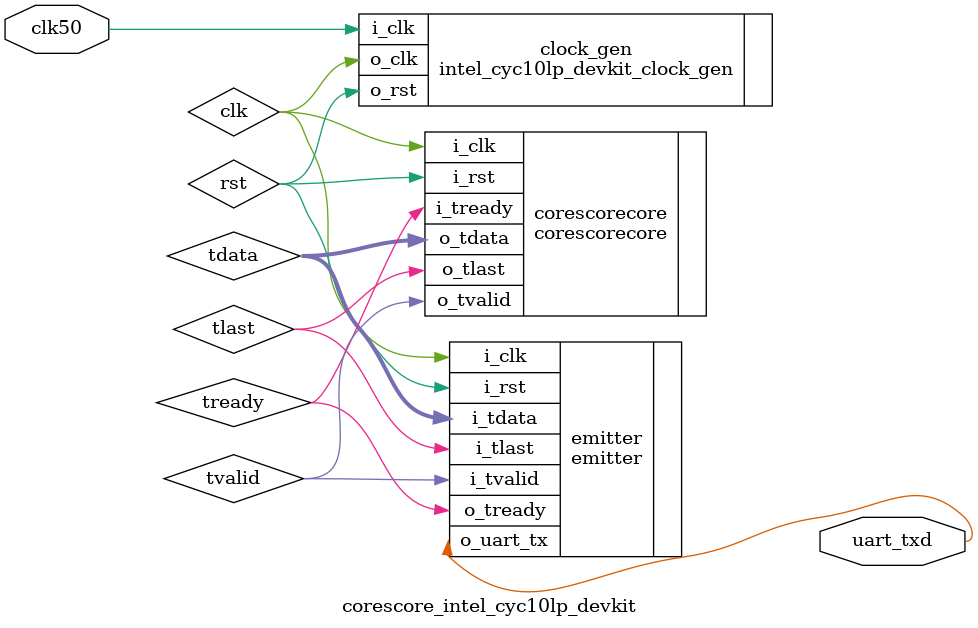
<source format=v>
`default_nettype none
module corescore_intel_cyc10lp_devkit
(
 input wire  clk50,
 output wire uart_txd);

   wire      clk;
   wire      rst;

   intel_cyc10lp_devkit_clock_gen clock_gen
     (.i_clk (clk50),
      .o_clk (clk),
      .o_rst (rst));

   parameter memfile_emitter = "emitter.hex";

   wire [7:0]  tdata;
   wire        tlast;
   wire        tvalid;
   wire        tready;

   corescorecore corescorecore
     (.i_clk     (clk),
      .i_rst     (rst),
      .o_tdata   (tdata),
      .o_tlast   (tlast),
      .o_tvalid  (tvalid),
      .i_tready  (tready));

   emitter #(.memfile (memfile_emitter)) emitter
     (.i_clk     (clk),
      .i_rst     (rst),
      .i_tdata   (tdata),
      .i_tlast   (tlast),
      .i_tvalid  (tvalid),
      .o_tready  (tready),
      .o_uart_tx (uart_txd));

endmodule

</source>
